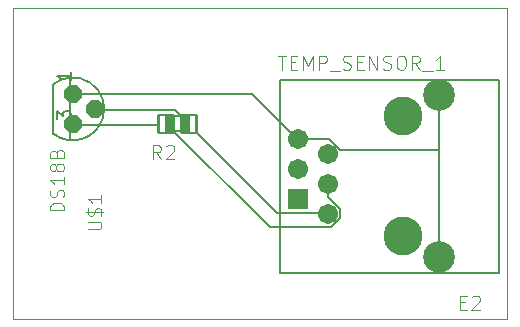
<source format=gts>
%TF.GenerationSoftware,KiCad,Pcbnew,7.0.6*%
%TF.CreationDate,2023-12-02T13:02:47-07:00*%
%TF.ProjectId,Temperature Senor Board V2 (2),54656d70-6572-4617-9475-72652053656e,rev?*%
%TF.SameCoordinates,Original*%
%TF.FileFunction,Soldermask,Top*%
%TF.FilePolarity,Negative*%
%FSLAX46Y46*%
G04 Gerber Fmt 4.6, Leading zero omitted, Abs format (unit mm)*
G04 Created by KiCad (PCBNEW 7.0.6) date 2023-12-02 13:02:47*
%MOMM*%
%LPD*%
G01*
G04 APERTURE LIST*
G04 Aperture macros list*
%AMRoundRect*
0 Rectangle with rounded corners*
0 $1 Rounding radius*
0 $2 $3 $4 $5 $6 $7 $8 $9 X,Y pos of 4 corners*
0 Add a 4 corners polygon primitive as box body*
4,1,4,$2,$3,$4,$5,$6,$7,$8,$9,$2,$3,0*
0 Add four circle primitives for the rounded corners*
1,1,$1+$1,$2,$3*
1,1,$1+$1,$4,$5*
1,1,$1+$1,$6,$7*
1,1,$1+$1,$8,$9*
0 Add four rect primitives between the rounded corners*
20,1,$1+$1,$2,$3,$4,$5,0*
20,1,$1+$1,$4,$5,$6,$7,0*
20,1,$1+$1,$6,$7,$8,$9,0*
20,1,$1+$1,$8,$9,$2,$3,0*%
%AMOutline5P*
0 Free polygon, 5 corners , with rotation*
0 The origin of the aperture is its center*
0 number of corners: always 5*
0 $1 to $10 corner X, Y*
0 $11 Rotation angle, in degrees counterclockwise*
0 create outline with 5 corners*
4,1,5,$1,$2,$3,$4,$5,$6,$7,$8,$9,$10,$1,$2,$11*%
%AMOutline6P*
0 Free polygon, 6 corners , with rotation*
0 The origin of the aperture is its center*
0 number of corners: always 6*
0 $1 to $12 corner X, Y*
0 $13 Rotation angle, in degrees counterclockwise*
0 create outline with 6 corners*
4,1,6,$1,$2,$3,$4,$5,$6,$7,$8,$9,$10,$11,$12,$1,$2,$13*%
%AMOutline7P*
0 Free polygon, 7 corners , with rotation*
0 The origin of the aperture is its center*
0 number of corners: always 7*
0 $1 to $14 corner X, Y*
0 $15 Rotation angle, in degrees counterclockwise*
0 create outline with 7 corners*
4,1,7,$1,$2,$3,$4,$5,$6,$7,$8,$9,$10,$11,$12,$13,$14,$1,$2,$15*%
%AMOutline8P*
0 Free polygon, 8 corners , with rotation*
0 The origin of the aperture is its center*
0 number of corners: always 8*
0 $1 to $16 corner X, Y*
0 $17 Rotation angle, in degrees counterclockwise*
0 create outline with 8 corners*
4,1,8,$1,$2,$3,$4,$5,$6,$7,$8,$9,$10,$11,$12,$13,$14,$15,$16,$1,$2,$17*%
%AMFreePoly0*
4,1,25,0.333266,0.742596,0.345389,0.732242,0.732242,0.345389,0.760749,0.289441,0.762000,0.273547,0.762000,-0.273547,0.742596,-0.333266,0.732242,-0.345389,0.345389,-0.732242,0.289441,-0.760749,0.273547,-0.762000,-0.273547,-0.762000,-0.333266,-0.742596,-0.345389,-0.732242,-0.732242,-0.345389,-0.760749,-0.289441,-0.762000,-0.273547,-0.762000,0.273547,-0.742596,0.333266,-0.732242,0.345389,
-0.345389,0.732242,-0.289441,0.760749,-0.273547,0.762000,0.273547,0.762000,0.333266,0.742596,0.333266,0.742596,$1*%
G04 Aperture macros list end*
%ADD10C,3.300000*%
%ADD11C,2.678200*%
%ADD12C,1.711200*%
%ADD13RoundRect,0.101600X0.754000X-0.754000X0.754000X0.754000X-0.754000X0.754000X-0.754000X-0.754000X0*%
%ADD14RoundRect,0.101600X-0.650000X-0.750000X0.650000X-0.750000X0.650000X0.750000X-0.650000X0.750000X0*%
%ADD15FreePoly0,270.000000*%
%TA.AperFunction,ComponentPad*%
%ADD16C,2.475000*%
%TD*%
%TA.AperFunction,ComponentPad*%
%ADD17C,1.508000*%
%TD*%
%TA.AperFunction,ComponentPad*%
%ADD18R,1.508000X1.508000*%
%TD*%
%TA.AperFunction,SMDPad,CuDef*%
%ADD19R,1.300000X1.500000*%
%TD*%
%TA.AperFunction,ComponentPad*%
%ADD20Outline8P,-0.660400X0.273547X-0.273547X0.660400X0.273547X0.660400X0.660400X0.273547X0.660400X-0.273547X0.273547X-0.660400X-0.273547X-0.660400X-0.660400X-0.273547X270.000000*%
%TD*%
%TA.AperFunction,Conductor*%
%ADD21C,0.152400*%
%TD*%
%ADD22R,1.300000X1.500000*%
%ADD23C,0.093472*%
%ADD24C,0.114300*%
%ADD25C,0.127000*%
%TA.AperFunction,Profile*%
%ADD26C,0.050000*%
%TD*%
%ADD27C,0.152400*%
G04 APERTURE END LIST*
D10*
%TO.C,E2*%
X160576100Y-101033600D03*
X160576100Y-111193600D03*
D11*
X163626100Y-99253600D03*
X163626100Y-112973600D03*
D12*
X154226100Y-104203600D03*
X154226100Y-106743600D03*
X154226100Y-109283600D03*
X151686100Y-102933600D03*
X151686100Y-105473600D03*
D13*
X151686100Y-108013600D03*
%TD*%
D14*
%TO.C,R2*%
X142476100Y-101663600D03*
X140576100Y-101663600D03*
%TD*%
D15*
%TO.C,U$1*%
X132636100Y-99123600D03*
X134541100Y-100393600D03*
X132636100Y-101663600D03*
%TD*%
D16*
%TO.P,E2,SH2*%
%TO.N,GND*%
X163626100Y-99253600D03*
%TO.P,E2,SH1*%
X163626100Y-112973600D03*
D17*
%TO.P,E2,6*%
%TO.N,N/C*%
X154226100Y-104203600D03*
%TO.P,E2,5*%
%TO.N,VDD*%
X154226100Y-106743600D03*
%TO.P,E2,4*%
%TO.N,DQ*%
X154226100Y-109283600D03*
%TO.P,E2,3*%
%TO.N,GND*%
X151686100Y-102933600D03*
%TO.P,E2,2*%
%TO.N,N/C*%
X151686100Y-105473600D03*
D18*
%TO.P,E2,1*%
X151686100Y-108013600D03*
%TD*%
D19*
%TO.P,R2,2*%
%TO.N,DQ*%
X142476100Y-101663600D03*
%TO.P,R2,1*%
%TO.N,VDD*%
X140576100Y-101663600D03*
%TD*%
D20*
%TO.P,U$1,1*%
%TO.N,GND*%
X132636100Y-99123600D03*
%TO.P,U$1,2*%
%TO.N,DQ*%
X134541100Y-100393600D03*
%TO.P,U$1,3*%
%TO.N,VDD*%
X132636100Y-101663600D03*
%TD*%
D21*
%TO.N,GND*%
X151686100Y-102933600D02*
X154378500Y-102933600D01*
X154378500Y-102933600D02*
X155292900Y-103848000D01*
X155292900Y-103848000D02*
X163674900Y-103848000D01*
X151635300Y-102933600D02*
X151686100Y-102933600D01*
X151635300Y-102933600D02*
X147825300Y-99123600D01*
X147825300Y-99123600D02*
X132636100Y-99123600D01*
X163674900Y-99276000D02*
X163626100Y-99253600D01*
X163674900Y-112839600D02*
X163626100Y-112973600D01*
X163674900Y-103848000D02*
X163674900Y-112839600D01*
X163674900Y-99276000D02*
X163674900Y-103848000D01*
%TO.N,VDD*%
X140662500Y-101714400D02*
X140576100Y-101663600D01*
X140662500Y-101714400D02*
X149349300Y-110401200D01*
X149349300Y-110401200D02*
X154530900Y-110401200D01*
X154530900Y-110401200D02*
X155292900Y-109639200D01*
X155292900Y-109639200D02*
X155292900Y-108877200D01*
X155292900Y-108877200D02*
X154226100Y-107810400D01*
X154226100Y-107810400D02*
X154226100Y-106743600D01*
X132737700Y-101714400D02*
X132636100Y-101663600D01*
X140510100Y-101714400D02*
X140576100Y-101663600D01*
X132737700Y-101714400D02*
X140510100Y-101714400D01*
%TO.N,DQ*%
X142491300Y-101714400D02*
X142476100Y-101663600D01*
X154226100Y-109182000D02*
X154226100Y-109283600D01*
X142491300Y-101714400D02*
X149958900Y-109182000D01*
X149958900Y-109182000D02*
X154226100Y-109182000D01*
X134566500Y-100495200D02*
X134541100Y-100393600D01*
X142338900Y-101562000D02*
X142476100Y-101663600D01*
X134566500Y-100495200D02*
X141272100Y-100495200D01*
X141272100Y-100495200D02*
X142338900Y-101562000D01*
%TD*%
D16*
%TO.P,E2,SH2*%
%TO.N,GND*%
X163626100Y-99253600D03*
%TO.P,E2,SH1*%
X163626100Y-112973600D03*
D17*
%TO.P,E2,6*%
%TO.N,N/C*%
X154226100Y-104203600D03*
%TO.P,E2,5*%
%TO.N,VDD*%
X154226100Y-106743600D03*
%TO.P,E2,4*%
%TO.N,DQ*%
X154226100Y-109283600D03*
%TO.P,E2,3*%
%TO.N,GND*%
X151686100Y-102933600D03*
%TO.P,E2,2*%
%TO.N,N/C*%
X151686100Y-105473600D03*
D18*
%TO.P,E2,1*%
X151686100Y-108013600D03*
%TD*%
D20*
%TO.P,U$1,1*%
%TO.N,GND*%
X132636100Y-99123600D03*
%TO.P,U$1,2*%
%TO.N,DQ*%
X134541100Y-100393600D03*
%TO.P,U$1,3*%
%TO.N,VDD*%
X132636100Y-101663600D03*
%TD*%
D22*
%TO.C,R2*%
X142476100Y-101663600D03*
X140576100Y-101663600D03*
%TD*%
D23*
X165441619Y-116763147D02*
X165833795Y-116763147D01*
X166001871Y-117379424D02*
X165441619Y-117379424D01*
X165441619Y-117379424D02*
X165441619Y-116202896D01*
X165441619Y-116202896D02*
X166001871Y-116202896D01*
X166450072Y-116314946D02*
X166506097Y-116258921D01*
X166506097Y-116258921D02*
X166618148Y-116202896D01*
X166618148Y-116202896D02*
X166898273Y-116202896D01*
X166898273Y-116202896D02*
X167010324Y-116258921D01*
X167010324Y-116258921D02*
X167066349Y-116314946D01*
X167066349Y-116314946D02*
X167122374Y-116426996D01*
X167122374Y-116426996D02*
X167122374Y-116539047D01*
X167122374Y-116539047D02*
X167066349Y-116707122D01*
X167066349Y-116707122D02*
X166394047Y-117379424D01*
X166394047Y-117379424D02*
X167122374Y-117379424D01*
X150033544Y-95882896D02*
X150705846Y-95882896D01*
X150369695Y-97059424D02*
X150369695Y-95882896D01*
X151098021Y-96443147D02*
X151490197Y-96443147D01*
X151658273Y-97059424D02*
X151098021Y-97059424D01*
X151098021Y-97059424D02*
X151098021Y-95882896D01*
X151098021Y-95882896D02*
X151658273Y-95882896D01*
X152162499Y-97059424D02*
X152162499Y-95882896D01*
X152162499Y-95882896D02*
X152554675Y-96723273D01*
X152554675Y-96723273D02*
X152946851Y-95882896D01*
X152946851Y-95882896D02*
X152946851Y-97059424D01*
X153507102Y-97059424D02*
X153507102Y-95882896D01*
X153507102Y-95882896D02*
X153955303Y-95882896D01*
X153955303Y-95882896D02*
X154067354Y-95938921D01*
X154067354Y-95938921D02*
X154123379Y-95994946D01*
X154123379Y-95994946D02*
X154179404Y-96106996D01*
X154179404Y-96106996D02*
X154179404Y-96275072D01*
X154179404Y-96275072D02*
X154123379Y-96387122D01*
X154123379Y-96387122D02*
X154067354Y-96443147D01*
X154067354Y-96443147D02*
X153955303Y-96499172D01*
X153955303Y-96499172D02*
X153507102Y-96499172D01*
X154403505Y-97171474D02*
X155299907Y-97171474D01*
X155524007Y-97003399D02*
X155692083Y-97059424D01*
X155692083Y-97059424D02*
X155972208Y-97059424D01*
X155972208Y-97059424D02*
X156084259Y-97003399D01*
X156084259Y-97003399D02*
X156140284Y-96947373D01*
X156140284Y-96947373D02*
X156196309Y-96835323D01*
X156196309Y-96835323D02*
X156196309Y-96723273D01*
X156196309Y-96723273D02*
X156140284Y-96611223D01*
X156140284Y-96611223D02*
X156084259Y-96555197D01*
X156084259Y-96555197D02*
X155972208Y-96499172D01*
X155972208Y-96499172D02*
X155748108Y-96443147D01*
X155748108Y-96443147D02*
X155636057Y-96387122D01*
X155636057Y-96387122D02*
X155580032Y-96331097D01*
X155580032Y-96331097D02*
X155524007Y-96219047D01*
X155524007Y-96219047D02*
X155524007Y-96106996D01*
X155524007Y-96106996D02*
X155580032Y-95994946D01*
X155580032Y-95994946D02*
X155636057Y-95938921D01*
X155636057Y-95938921D02*
X155748108Y-95882896D01*
X155748108Y-95882896D02*
X156028233Y-95882896D01*
X156028233Y-95882896D02*
X156196309Y-95938921D01*
X156700535Y-96443147D02*
X157092711Y-96443147D01*
X157260787Y-97059424D02*
X156700535Y-97059424D01*
X156700535Y-97059424D02*
X156700535Y-95882896D01*
X156700535Y-95882896D02*
X157260787Y-95882896D01*
X157765013Y-97059424D02*
X157765013Y-95882896D01*
X157765013Y-95882896D02*
X158437315Y-97059424D01*
X158437315Y-97059424D02*
X158437315Y-95882896D01*
X158941541Y-97003399D02*
X159109617Y-97059424D01*
X159109617Y-97059424D02*
X159389742Y-97059424D01*
X159389742Y-97059424D02*
X159501793Y-97003399D01*
X159501793Y-97003399D02*
X159557818Y-96947373D01*
X159557818Y-96947373D02*
X159613843Y-96835323D01*
X159613843Y-96835323D02*
X159613843Y-96723273D01*
X159613843Y-96723273D02*
X159557818Y-96611223D01*
X159557818Y-96611223D02*
X159501793Y-96555197D01*
X159501793Y-96555197D02*
X159389742Y-96499172D01*
X159389742Y-96499172D02*
X159165642Y-96443147D01*
X159165642Y-96443147D02*
X159053591Y-96387122D01*
X159053591Y-96387122D02*
X158997566Y-96331097D01*
X158997566Y-96331097D02*
X158941541Y-96219047D01*
X158941541Y-96219047D02*
X158941541Y-96106996D01*
X158941541Y-96106996D02*
X158997566Y-95994946D01*
X158997566Y-95994946D02*
X159053591Y-95938921D01*
X159053591Y-95938921D02*
X159165642Y-95882896D01*
X159165642Y-95882896D02*
X159445767Y-95882896D01*
X159445767Y-95882896D02*
X159613843Y-95938921D01*
X160342170Y-95882896D02*
X160566270Y-95882896D01*
X160566270Y-95882896D02*
X160678321Y-95938921D01*
X160678321Y-95938921D02*
X160790371Y-96050971D01*
X160790371Y-96050971D02*
X160846396Y-96275072D01*
X160846396Y-96275072D02*
X160846396Y-96667248D01*
X160846396Y-96667248D02*
X160790371Y-96891348D01*
X160790371Y-96891348D02*
X160678321Y-97003399D01*
X160678321Y-97003399D02*
X160566270Y-97059424D01*
X160566270Y-97059424D02*
X160342170Y-97059424D01*
X160342170Y-97059424D02*
X160230120Y-97003399D01*
X160230120Y-97003399D02*
X160118069Y-96891348D01*
X160118069Y-96891348D02*
X160062044Y-96667248D01*
X160062044Y-96667248D02*
X160062044Y-96275072D01*
X160062044Y-96275072D02*
X160118069Y-96050971D01*
X160118069Y-96050971D02*
X160230120Y-95938921D01*
X160230120Y-95938921D02*
X160342170Y-95882896D01*
X162022924Y-97059424D02*
X161630748Y-96499172D01*
X161350622Y-97059424D02*
X161350622Y-95882896D01*
X161350622Y-95882896D02*
X161798823Y-95882896D01*
X161798823Y-95882896D02*
X161910874Y-95938921D01*
X161910874Y-95938921D02*
X161966899Y-95994946D01*
X161966899Y-95994946D02*
X162022924Y-96106996D01*
X162022924Y-96106996D02*
X162022924Y-96275072D01*
X162022924Y-96275072D02*
X161966899Y-96387122D01*
X161966899Y-96387122D02*
X161910874Y-96443147D01*
X161910874Y-96443147D02*
X161798823Y-96499172D01*
X161798823Y-96499172D02*
X161350622Y-96499172D01*
X162247025Y-97171474D02*
X163143427Y-97171474D01*
X164039829Y-97059424D02*
X163367527Y-97059424D01*
X163703678Y-97059424D02*
X163703678Y-95882896D01*
X163703678Y-95882896D02*
X163591628Y-96050971D01*
X163591628Y-96050971D02*
X163479577Y-96163021D01*
X163479577Y-96163021D02*
X163367527Y-96219047D01*
X140113921Y-104629424D02*
X139721745Y-104069172D01*
X139441619Y-104629424D02*
X139441619Y-103452896D01*
X139441619Y-103452896D02*
X139889820Y-103452896D01*
X139889820Y-103452896D02*
X140001871Y-103508921D01*
X140001871Y-103508921D02*
X140057896Y-103564946D01*
X140057896Y-103564946D02*
X140113921Y-103676996D01*
X140113921Y-103676996D02*
X140113921Y-103845072D01*
X140113921Y-103845072D02*
X140057896Y-103957122D01*
X140057896Y-103957122D02*
X140001871Y-104013147D01*
X140001871Y-104013147D02*
X139889820Y-104069172D01*
X139889820Y-104069172D02*
X139441619Y-104069172D01*
X140562122Y-103564946D02*
X140618147Y-103508921D01*
X140618147Y-103508921D02*
X140730198Y-103452896D01*
X140730198Y-103452896D02*
X141010323Y-103452896D01*
X141010323Y-103452896D02*
X141122374Y-103508921D01*
X141122374Y-103508921D02*
X141178399Y-103564946D01*
X141178399Y-103564946D02*
X141234424Y-103676996D01*
X141234424Y-103676996D02*
X141234424Y-103789047D01*
X141234424Y-103789047D02*
X141178399Y-103957122D01*
X141178399Y-103957122D02*
X140506097Y-104629424D01*
X140506097Y-104629424D02*
X141234424Y-104629424D01*
D24*
X133914105Y-110590697D02*
X134849672Y-110590697D01*
X134849672Y-110590697D02*
X134959738Y-110535664D01*
X134959738Y-110535664D02*
X135014772Y-110480630D01*
X135014772Y-110480630D02*
X135069805Y-110370564D01*
X135069805Y-110370564D02*
X135069805Y-110150430D01*
X135069805Y-110150430D02*
X135014772Y-110040364D01*
X135014772Y-110040364D02*
X134959738Y-109985330D01*
X134959738Y-109985330D02*
X134849672Y-109930297D01*
X134849672Y-109930297D02*
X133914105Y-109930297D01*
X135014772Y-109434997D02*
X135069805Y-109269897D01*
X135069805Y-109269897D02*
X135069805Y-108994731D01*
X135069805Y-108994731D02*
X135014772Y-108884664D01*
X135014772Y-108884664D02*
X134959738Y-108829631D01*
X134959738Y-108829631D02*
X134849672Y-108774597D01*
X134849672Y-108774597D02*
X134739605Y-108774597D01*
X134739605Y-108774597D02*
X134629538Y-108829631D01*
X134629538Y-108829631D02*
X134574505Y-108884664D01*
X134574505Y-108884664D02*
X134519472Y-108994731D01*
X134519472Y-108994731D02*
X134464438Y-109214864D01*
X134464438Y-109214864D02*
X134409405Y-109324931D01*
X134409405Y-109324931D02*
X134354372Y-109379964D01*
X134354372Y-109379964D02*
X134244305Y-109434997D01*
X134244305Y-109434997D02*
X134134238Y-109434997D01*
X134134238Y-109434997D02*
X134024172Y-109379964D01*
X134024172Y-109379964D02*
X133969138Y-109324931D01*
X133969138Y-109324931D02*
X133914105Y-109214864D01*
X133914105Y-109214864D02*
X133914105Y-108939697D01*
X133914105Y-108939697D02*
X133969138Y-108774597D01*
X133749005Y-109104797D02*
X135234905Y-109104797D01*
X135069805Y-107673930D02*
X135069805Y-108334330D01*
X135069805Y-108004130D02*
X133914105Y-108004130D01*
X133914105Y-108004130D02*
X134079205Y-108114197D01*
X134079205Y-108114197D02*
X134189272Y-108224264D01*
X134189272Y-108224264D02*
X134244305Y-108334330D01*
D25*
%TO.C,E2*%
X150166100Y-114273600D02*
X150166100Y-97943600D01*
X150166100Y-97943600D02*
X168706100Y-97943600D01*
X150166100Y-114273600D02*
X168706100Y-114273600D01*
X168706100Y-114273600D02*
X168706100Y-97943600D01*
%TO.C,U$1*%
X132382100Y-102647300D02*
X132382100Y-103048500D01*
X132382100Y-100107300D02*
X132382100Y-100679900D01*
X132382100Y-97738700D02*
X132382100Y-98139900D01*
X130985100Y-98299100D02*
X130985100Y-102488100D01*
X130985101Y-102488098D02*
G75*
G03*
X135184499Y-101179900I1650989J2094486D01*
G01*
X135184600Y-99607301D02*
G75*
G03*
X132382100Y-97738701I-2548480J-786299D01*
G01*
X132382100Y-97738700D02*
G75*
G03*
X130985100Y-98299000I253952J-2654903D01*
G01*
%TD*%
%LPC*%
D10*
%TO.C,E2*%
X160576100Y-101033600D03*
X160576100Y-111193600D03*
D11*
X163626100Y-99253600D03*
X163626100Y-112973600D03*
D12*
X154226100Y-104203600D03*
X154226100Y-106743600D03*
X154226100Y-109283600D03*
X151686100Y-102933600D03*
X151686100Y-105473600D03*
D13*
X151686100Y-108013600D03*
%TD*%
D14*
%TO.C,R2*%
X142476100Y-101663600D03*
X140576100Y-101663600D03*
%TD*%
D15*
%TO.C,U$1*%
X132636100Y-99123600D03*
X134541100Y-100393600D03*
X132636100Y-101663600D03*
%TD*%
%LPD*%
%LPC*%
D10*
%TO.C,E2*%
X160576100Y-101033600D03*
X160576100Y-111193600D03*
D11*
X163626100Y-99253600D03*
X163626100Y-112973600D03*
D12*
X154226100Y-104203600D03*
X154226100Y-106743600D03*
X154226100Y-109283600D03*
X151686100Y-102933600D03*
X151686100Y-105473600D03*
D13*
X151686100Y-108013600D03*
%TD*%
D15*
%TO.C,U$1*%
X132636100Y-99123600D03*
X134541100Y-100393600D03*
X132636100Y-101663600D03*
%TD*%
%LPD*%
D10*
%TO.C,E2*%
X160576100Y-101033600D03*
X160576100Y-111193600D03*
D11*
X163626100Y-99253600D03*
X163626100Y-112973600D03*
D12*
X154226100Y-104203600D03*
X154226100Y-106743600D03*
X154226100Y-109283600D03*
X151686100Y-102933600D03*
X151686100Y-105473600D03*
D13*
X151686100Y-108013600D03*
%TD*%
D15*
%TO.C,U$1*%
X132636100Y-99123600D03*
X134541100Y-100393600D03*
X132636100Y-101663600D03*
%TD*%
D26*
X127556100Y-118173600D02*
X169446100Y-118173600D01*
X169446100Y-118173600D02*
X169446100Y-91833600D01*
X169446100Y-91833600D02*
X127556100Y-91833600D01*
X127556100Y-91833600D02*
X127556100Y-118173600D01*
D24*
X131894805Y-108982031D02*
X130739105Y-108982031D01*
X130739105Y-108982031D02*
X130739105Y-108706864D01*
X130739105Y-108706864D02*
X130794138Y-108541764D01*
X130794138Y-108541764D02*
X130904205Y-108431698D01*
X130904205Y-108431698D02*
X131014272Y-108376664D01*
X131014272Y-108376664D02*
X131234405Y-108321631D01*
X131234405Y-108321631D02*
X131399505Y-108321631D01*
X131399505Y-108321631D02*
X131619638Y-108376664D01*
X131619638Y-108376664D02*
X131729705Y-108431698D01*
X131729705Y-108431698D02*
X131839772Y-108541764D01*
X131839772Y-108541764D02*
X131894805Y-108706864D01*
X131894805Y-108706864D02*
X131894805Y-108982031D01*
X131839772Y-107881364D02*
X131894805Y-107716264D01*
X131894805Y-107716264D02*
X131894805Y-107441098D01*
X131894805Y-107441098D02*
X131839772Y-107331031D01*
X131839772Y-107331031D02*
X131784738Y-107275998D01*
X131784738Y-107275998D02*
X131674672Y-107220964D01*
X131674672Y-107220964D02*
X131564605Y-107220964D01*
X131564605Y-107220964D02*
X131454538Y-107275998D01*
X131454538Y-107275998D02*
X131399505Y-107331031D01*
X131399505Y-107331031D02*
X131344472Y-107441098D01*
X131344472Y-107441098D02*
X131289438Y-107661231D01*
X131289438Y-107661231D02*
X131234405Y-107771298D01*
X131234405Y-107771298D02*
X131179372Y-107826331D01*
X131179372Y-107826331D02*
X131069305Y-107881364D01*
X131069305Y-107881364D02*
X130959238Y-107881364D01*
X130959238Y-107881364D02*
X130849172Y-107826331D01*
X130849172Y-107826331D02*
X130794138Y-107771298D01*
X130794138Y-107771298D02*
X130739105Y-107661231D01*
X130739105Y-107661231D02*
X130739105Y-107386064D01*
X130739105Y-107386064D02*
X130794138Y-107220964D01*
X131894805Y-106120297D02*
X131894805Y-106780697D01*
X131894805Y-106450497D02*
X130739105Y-106450497D01*
X130739105Y-106450497D02*
X130904205Y-106560564D01*
X130904205Y-106560564D02*
X131014272Y-106670631D01*
X131014272Y-106670631D02*
X131069305Y-106780697D01*
X131234405Y-105459897D02*
X131179372Y-105569964D01*
X131179372Y-105569964D02*
X131124338Y-105624997D01*
X131124338Y-105624997D02*
X131014272Y-105680030D01*
X131014272Y-105680030D02*
X130959238Y-105680030D01*
X130959238Y-105680030D02*
X130849172Y-105624997D01*
X130849172Y-105624997D02*
X130794138Y-105569964D01*
X130794138Y-105569964D02*
X130739105Y-105459897D01*
X130739105Y-105459897D02*
X130739105Y-105239764D01*
X130739105Y-105239764D02*
X130794138Y-105129697D01*
X130794138Y-105129697D02*
X130849172Y-105074664D01*
X130849172Y-105074664D02*
X130959238Y-105019630D01*
X130959238Y-105019630D02*
X131014272Y-105019630D01*
X131014272Y-105019630D02*
X131124338Y-105074664D01*
X131124338Y-105074664D02*
X131179372Y-105129697D01*
X131179372Y-105129697D02*
X131234405Y-105239764D01*
X131234405Y-105239764D02*
X131234405Y-105459897D01*
X131234405Y-105459897D02*
X131289438Y-105569964D01*
X131289438Y-105569964D02*
X131344472Y-105624997D01*
X131344472Y-105624997D02*
X131454538Y-105680030D01*
X131454538Y-105680030D02*
X131674672Y-105680030D01*
X131674672Y-105680030D02*
X131784738Y-105624997D01*
X131784738Y-105624997D02*
X131839772Y-105569964D01*
X131839772Y-105569964D02*
X131894805Y-105459897D01*
X131894805Y-105459897D02*
X131894805Y-105239764D01*
X131894805Y-105239764D02*
X131839772Y-105129697D01*
X131839772Y-105129697D02*
X131784738Y-105074664D01*
X131784738Y-105074664D02*
X131674672Y-105019630D01*
X131674672Y-105019630D02*
X131454538Y-105019630D01*
X131454538Y-105019630D02*
X131344472Y-105074664D01*
X131344472Y-105074664D02*
X131289438Y-105129697D01*
X131289438Y-105129697D02*
X131234405Y-105239764D01*
X131289438Y-104139097D02*
X131344472Y-103973997D01*
X131344472Y-103973997D02*
X131399505Y-103918963D01*
X131399505Y-103918963D02*
X131509572Y-103863930D01*
X131509572Y-103863930D02*
X131674672Y-103863930D01*
X131674672Y-103863930D02*
X131784738Y-103918963D01*
X131784738Y-103918963D02*
X131839772Y-103973997D01*
X131839772Y-103973997D02*
X131894805Y-104084063D01*
X131894805Y-104084063D02*
X131894805Y-104524330D01*
X131894805Y-104524330D02*
X130739105Y-104524330D01*
X130739105Y-104524330D02*
X130739105Y-104139097D01*
X130739105Y-104139097D02*
X130794138Y-104029030D01*
X130794138Y-104029030D02*
X130849172Y-103973997D01*
X130849172Y-103973997D02*
X130959238Y-103918963D01*
X130959238Y-103918963D02*
X131069305Y-103918963D01*
X131069305Y-103918963D02*
X131179372Y-103973997D01*
X131179372Y-103973997D02*
X131234405Y-104029030D01*
X131234405Y-104029030D02*
X131289438Y-104139097D01*
X131289438Y-104139097D02*
X131289438Y-104524330D01*
D25*
X131346614Y-101289762D02*
X131346614Y-100582190D01*
X131346614Y-100582190D02*
X131782043Y-100963190D01*
X131782043Y-100963190D02*
X131782043Y-100799905D01*
X131782043Y-100799905D02*
X131836471Y-100691048D01*
X131836471Y-100691048D02*
X131890900Y-100636619D01*
X131890900Y-100636619D02*
X131999757Y-100582190D01*
X131999757Y-100582190D02*
X132271900Y-100582190D01*
X132271900Y-100582190D02*
X132380757Y-100636619D01*
X132380757Y-100636619D02*
X132435186Y-100691048D01*
X132435186Y-100691048D02*
X132489614Y-100799905D01*
X132489614Y-100799905D02*
X132489614Y-101126476D01*
X132489614Y-101126476D02*
X132435186Y-101235333D01*
X132435186Y-101235333D02*
X132380757Y-101289762D01*
X132489614Y-97280190D02*
X132489614Y-97933333D01*
X132489614Y-97606762D02*
X131346614Y-97606762D01*
X131346614Y-97606762D02*
X131509900Y-97715619D01*
X131509900Y-97715619D02*
X131618757Y-97824476D01*
X131618757Y-97824476D02*
X131673186Y-97933333D01*
X132090471Y-99457333D02*
X132036043Y-99402905D01*
X132036043Y-99402905D02*
X131981614Y-99294048D01*
X131981614Y-99294048D02*
X131981614Y-99021905D01*
X131981614Y-99021905D02*
X132036043Y-98913048D01*
X132036043Y-98913048D02*
X132090471Y-98858619D01*
X132090471Y-98858619D02*
X132199328Y-98804190D01*
X132199328Y-98804190D02*
X132308186Y-98804190D01*
X132308186Y-98804190D02*
X132471471Y-98858619D01*
X132471471Y-98858619D02*
X133124614Y-99511762D01*
X133124614Y-99511762D02*
X133124614Y-98804190D01*
%TO.C,R2*%
G36*
X141109300Y-102362100D02*
G01*
X140459300Y-102362100D01*
X140459300Y-100962100D01*
X141109300Y-100962100D01*
X141109300Y-102362100D01*
G37*
G36*
X142582500Y-102362100D02*
G01*
X141932500Y-102362100D01*
X141932500Y-100962100D01*
X142582500Y-100962100D01*
X142582500Y-102362100D01*
G37*
D27*
X141116100Y-102298600D02*
X141936100Y-102298600D01*
X141116100Y-101028600D02*
X141936100Y-101028600D01*
D25*
%TO.C,U$1*%
X135184600Y-101179900D02*
G75*
G03*
X135184600Y-99607300I-2548500J786300D01*
G01*
X132382100Y-100679900D02*
X132382100Y-102647300D01*
X132382100Y-98139900D02*
X132382100Y-100107300D01*
%TD*%
M02*

</source>
